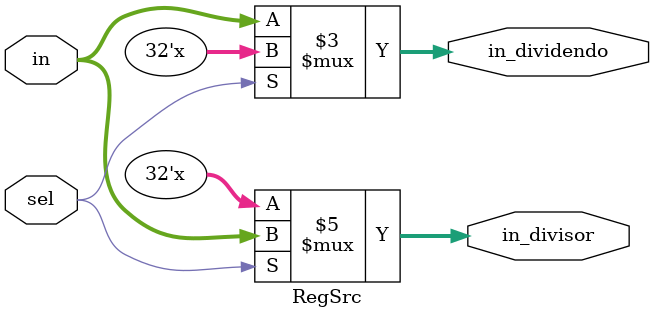
<source format=v>
module RegSrc (
    input [31:0]in,
    input sel,
    output reg [31:0] in_divisor,
    output reg [31:0] in_dividendo
);

always @* begin
    case (sel)
        1'b0: in_dividendo = in;
        1'b1: in_divisor = in;
    endcase
end
endmodule

</source>
